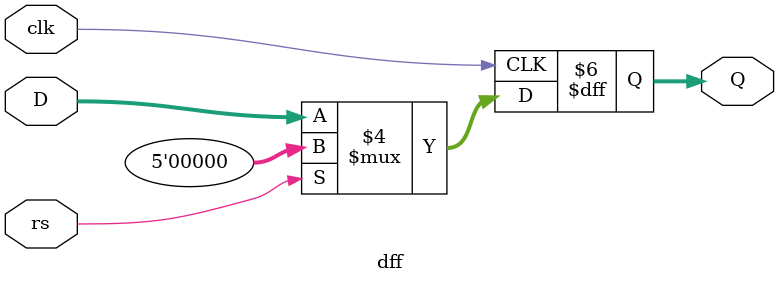
<source format=v>
`timescale 1ns / 1ps


module dff(rs,clk,D,Q);
input rs,clk;
input [4:0]D;
output reg [4:0]Q=5'd0;
always@(posedge clk)
begin
if(rs)
Q<=0;
else
Q<=D;
end
endmodule

</source>
